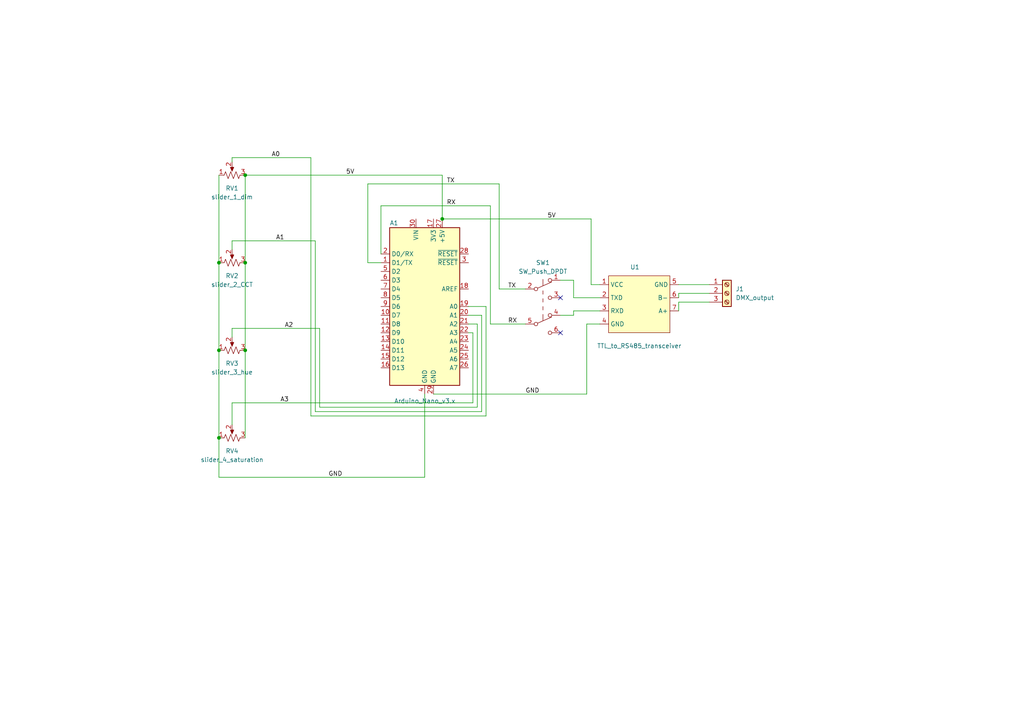
<source format=kicad_sch>
(kicad_sch (version 20211123) (generator eeschema)
  (paper "A4")
  (lib_symbols
    (symbol "Connector:Screw_Terminal_01x03" (pin_names (offset 1.016) hide)
      (property "Reference" "J" (at 0 5.08 0))
      (property "Value" "Screw_Terminal_01x03" (at 0 -5.08 0))
      (symbol "Screw_Terminal_01x03_1_1"
        (rectangle (start -1.27 3.81) (end 1.27 -3.81) (stroke (width 0.254)) (fill (type background)))
        (circle (center 0 -2.54) (radius 0.635) (stroke (width 0.1524)))
        (polyline (pts (xy -0.5334 -2.2098) (xy 0.3302 -3.048)) (stroke (width 0.1524)))
        (polyline (pts (xy -0.5334 0.3302) (xy 0.3302 -0.508)) (stroke (width 0.1524)))
        (polyline (pts (xy -0.5334 2.8702) (xy 0.3302 2.032)) (stroke (width 0.1524)))
        (polyline (pts (xy -0.3556 -2.032) (xy 0.508 -2.8702)) (stroke (width 0.1524)))
        (polyline (pts (xy -0.3556 0.508) (xy 0.508 -0.3302)) (stroke (width 0.1524)))
        (polyline (pts (xy -0.3556 3.048) (xy 0.508 2.2098)) (stroke (width 0.1524)))
        (circle (center 0 0) (radius 0.635) (stroke (width 0.1524)))
        (circle (center 0 2.54) (radius 0.635) (stroke (width 0.1524)))
        (pin passive line (at -5.08 2.54 0) (length 3.81) (name "Pin_1") (number "1"))
        (pin passive line (at -5.08 0 0) (length 3.81) (name "Pin_2") (number "2"))
        (pin passive line (at -5.08 -2.54 0) (length 3.81) (name "Pin_3") (number "3"))
      )
    )
    (symbol "DMX_controller:TTL_to_RS485_transceiver"
      (property "Reference" "U" (at 7.62 11.43 0))
      (property "Value" "TTL_to_RS485_transceiver" (at 8.89 -11.43 0))
      (symbol "TTL_to_RS485_transceiver_0_1"
        (rectangle (start 0 8.89) (end 17.78 -7.62) (fill (type background)))
      )
      (symbol "TTL_to_RS485_transceiver_1_1"
        (pin power_in line (at -2.54 6.35 0) (length 2.54) (name "VCC") (number "1"))
        (pin input line (at -2.54 2.54 0) (length 2.54) (name "TXD") (number "2"))
        (pin input line (at -2.54 -1.27 0) (length 2.54) (name "RXD") (number "3"))
        (pin power_out line (at -2.54 -5.08 0) (length 2.54) (name "GND") (number "4"))
        (pin output line (at 20.32 6.35 180) (length 2.54) (name "GND") (number "5"))
        (pin output line (at 20.32 2.54 180) (length 2.54) (name "B-") (number "6"))
        (pin output line (at 20.32 -1.27 180) (length 2.54) (name "A+") (number "7"))
      )
    )
    (symbol "Device:R_Potentiometer_US" (pin_names (offset 1.016) hide)
      (property "Reference" "RV" (at -4.445 0 90))
      (property "Value" "R_Potentiometer_US" (at -2.54 0 90))
      (symbol "R_Potentiometer_US_0_1"
        (polyline (pts (xy 0 -2.286) (xy 0 -2.54)))
        (polyline (pts (xy 0 2.54) (xy 0 2.286)))
        (polyline (pts (xy 2.54 0) (xy 1.524 0)))
        (polyline (pts (xy 1.143 0) (xy 2.286 0.508) (xy 2.286 -0.508) (xy 1.143 0)) (fill (type outline)))
        (polyline (pts (xy 0 -0.762) (xy 1.016 -1.143) (xy 0 -1.524) (xy -1.016 -1.905) (xy 0 -2.286)))
        (polyline (pts (xy 0 0.762) (xy 1.016 0.381) (xy 0 0) (xy -1.016 -0.381) (xy 0 -0.762)))
        (polyline (pts (xy 0 2.286) (xy 1.016 1.905) (xy 0 1.524) (xy -1.016 1.143) (xy 0 0.762)))
      )
      (symbol "R_Potentiometer_US_1_1"
        (pin passive line (at 0 3.81 270) (length 1.27) (name "1") (number "1"))
        (pin passive line (at 3.81 0 180) (length 1.27) (name "2") (number "2"))
        (pin passive line (at 0 -3.81 90) (length 1.27) (name "3") (number "3"))
      )
    )
    (symbol "MCU_Module:Arduino_Nano_v3.x"
      (property "Reference" "A" (at -10.16 23.495 0))
      (property "Value" "Arduino_Nano_v3.x" (at 5.08 -24.13 0))
      (symbol "Arduino_Nano_v3.x_0_1"
        (rectangle (start -10.16 22.86) (end 10.16 -22.86) (stroke (width 0.254)) (fill (type background)))
      )
      (symbol "Arduino_Nano_v3.x_1_1"
        (pin bidirectional line (at -12.7 12.7 0) (length 2.54) (name "D1/TX") (number "1"))
        (pin bidirectional line (at -12.7 -2.54 0) (length 2.54) (name "D7") (number "10"))
        (pin bidirectional line (at -12.7 -5.08 0) (length 2.54) (name "D8") (number "11"))
        (pin bidirectional line (at -12.7 -7.62 0) (length 2.54) (name "D9") (number "12"))
        (pin bidirectional line (at -12.7 -10.16 0) (length 2.54) (name "D10") (number "13"))
        (pin bidirectional line (at -12.7 -12.7 0) (length 2.54) (name "D11") (number "14"))
        (pin bidirectional line (at -12.7 -15.24 0) (length 2.54) (name "D12") (number "15"))
        (pin bidirectional line (at -12.7 -17.78 0) (length 2.54) (name "D13") (number "16"))
        (pin power_out line (at 2.54 25.4 270) (length 2.54) (name "3V3") (number "17"))
        (pin input line (at 12.7 5.08 180) (length 2.54) (name "AREF") (number "18"))
        (pin bidirectional line (at 12.7 0 180) (length 2.54) (name "A0") (number "19"))
        (pin bidirectional line (at -12.7 15.24 0) (length 2.54) (name "D0/RX") (number "2"))
        (pin bidirectional line (at 12.7 -2.54 180) (length 2.54) (name "A1") (number "20"))
        (pin bidirectional line (at 12.7 -5.08 180) (length 2.54) (name "A2") (number "21"))
        (pin bidirectional line (at 12.7 -7.62 180) (length 2.54) (name "A3") (number "22"))
        (pin bidirectional line (at 12.7 -10.16 180) (length 2.54) (name "A4") (number "23"))
        (pin bidirectional line (at 12.7 -12.7 180) (length 2.54) (name "A5") (number "24"))
        (pin bidirectional line (at 12.7 -15.24 180) (length 2.54) (name "A6") (number "25"))
        (pin bidirectional line (at 12.7 -17.78 180) (length 2.54) (name "A7") (number "26"))
        (pin power_out line (at 5.08 25.4 270) (length 2.54) (name "+5V") (number "27"))
        (pin input line (at 12.7 15.24 180) (length 2.54) (name "~{RESET}") (number "28"))
        (pin power_in line (at 2.54 -25.4 90) (length 2.54) (name "GND") (number "29"))
        (pin input line (at 12.7 12.7 180) (length 2.54) (name "~{RESET}") (number "3"))
        (pin power_in line (at -2.54 25.4 270) (length 2.54) (name "VIN") (number "30"))
        (pin power_in line (at 0 -25.4 90) (length 2.54) (name "GND") (number "4"))
        (pin bidirectional line (at -12.7 10.16 0) (length 2.54) (name "D2") (number "5"))
        (pin bidirectional line (at -12.7 7.62 0) (length 2.54) (name "D3") (number "6"))
        (pin bidirectional line (at -12.7 5.08 0) (length 2.54) (name "D4") (number "7"))
        (pin bidirectional line (at -12.7 2.54 0) (length 2.54) (name "D5") (number "8"))
        (pin bidirectional line (at -12.7 0 0) (length 2.54) (name "D6") (number "9"))
      )
    )
    (symbol "Switch:SW_Push_DPDT" (pin_names (offset 0) hide)
      (property "Reference" "SW" (at 0 8.89 0))
      (property "Value" "SW_Push_DPDT" (at 0 -10.16 0))
      (symbol "SW_Push_DPDT_0_0"
        (circle (center -2.032 -5.08) (radius 0.508))
        (circle (center -2.032 5.08) (radius 0.508))
        (circle (center 2.032 -7.62) (radius 0.508))
        (circle (center 2.032 2.54) (radius 0.508))
      )
      (symbol "SW_Push_DPDT_0_1"
        (polyline (pts (xy -1.524 -4.826) (xy 2.54 -3.048)))
        (polyline (pts (xy -1.524 5.334) (xy 2.54 7.112)))
        (polyline (pts (xy 0 -2.286) (xy 0 -4.064)))
        (polyline (pts (xy 0 -1.016) (xy 0 0)))
        (polyline (pts (xy 0 1.27) (xy 0 2.286)))
        (polyline (pts (xy 0 3.556) (xy 0 4.572)))
        (polyline (pts (xy 0 7.874) (xy 0 6.096)))
        (circle (center 2.032 -2.54) (radius 0.508))
        (circle (center 2.032 7.62) (radius 0.508))
      )
      (symbol "SW_Push_DPDT_1_1"
        (pin passive line (at 5.08 7.62 180) (length 2.54) (name "A") (number "1"))
        (pin passive line (at -5.08 5.08 0) (length 2.54) (name "B") (number "2"))
        (pin passive line (at 5.08 2.54 180) (length 2.54) (name "C") (number "3"))
        (pin passive line (at 5.08 -2.54 180) (length 2.54) (name "A") (number "4"))
        (pin passive line (at -5.08 -5.08 0) (length 2.54) (name "B") (number "5"))
        (pin passive line (at 5.08 -7.62 180) (length 2.54) (name "C") (number "6"))
      )
    )
  )
  (junction (at 128.27 63.5))
  (junction (at 63.5 101.6))
  (junction (at 63.5 127))
  (junction (at 63.5 76.2))
  (junction (at 71.12 101.6))
  (junction (at 71.12 50.8))
  (junction (at 71.12 76.2))
  (no_connect (at 162.56 96.52))
  (no_connect (at 162.56 86.36))
  (wire (pts (xy 67.31 45.72) (xy 67.31 46.99)))
  (wire (pts (xy 166.37 90.17) (xy 173.99 90.17)))
  (wire (pts (xy 128.27 50.8) (xy 71.12 50.8)))
  (wire (pts (xy 91.44 119.38) (xy 91.44 69.85)))
  (wire (pts (xy 139.7 91.44) (xy 139.7 119.38)))
  (wire (pts (xy 166.37 91.44) (xy 166.37 90.17)))
  (wire (pts (xy 140.97 120.65) (xy 90.17 120.65)))
  (wire (pts (xy 63.5 50.8) (xy 63.5 76.2)))
  (wire (pts (xy 125.73 114.3) (xy 170.18 114.3)))
  (wire (pts (xy 110.49 73.66) (xy 110.49 59.69)))
  (wire (pts (xy 162.56 81.28) (xy 166.37 81.28)))
  (wire (pts (xy 196.85 90.17) (xy 196.85 87.63)))
  (wire (pts (xy 142.24 59.69) (xy 142.24 93.98)))
  (wire (pts (xy 71.12 101.6) (xy 71.12 127)))
  (wire (pts (xy 166.37 81.28) (xy 166.37 86.36)))
  (wire (pts (xy 67.31 116.84) (xy 137.16 116.84)))
  (wire (pts (xy 67.31 95.25) (xy 67.31 97.79)))
  (wire (pts (xy 128.27 63.5) (xy 128.27 50.8)))
  (wire (pts (xy 135.89 93.98) (xy 138.43 93.98)))
  (wire (pts (xy 135.89 88.9) (xy 140.97 88.9)))
  (wire (pts (xy 67.31 116.84) (xy 67.31 123.19)))
  (wire (pts (xy 92.71 95.25) (xy 92.71 118.11)))
  (wire (pts (xy 196.85 82.55) (xy 205.74 82.55)))
  (wire (pts (xy 63.5 127) (xy 63.5 138.43)))
  (wire (pts (xy 110.49 59.69) (xy 142.24 59.69)))
  (wire (pts (xy 196.85 85.09) (xy 205.74 85.09)))
  (wire (pts (xy 123.19 138.43) (xy 123.19 114.3)))
  (wire (pts (xy 106.68 76.2) (xy 106.68 53.34)))
  (wire (pts (xy 135.89 91.44) (xy 139.7 91.44)))
  (wire (pts (xy 90.17 120.65) (xy 90.17 45.72)))
  (wire (pts (xy 71.12 76.2) (xy 71.12 101.6)))
  (wire (pts (xy 196.85 86.36) (xy 196.85 85.09)))
  (wire (pts (xy 140.97 88.9) (xy 140.97 120.65)))
  (wire (pts (xy 170.18 93.98) (xy 173.99 93.98)))
  (wire (pts (xy 171.45 63.5) (xy 171.45 82.55)))
  (wire (pts (xy 138.43 118.11) (xy 92.71 118.11)))
  (wire (pts (xy 90.17 45.72) (xy 67.31 45.72)))
  (wire (pts (xy 144.78 53.34) (xy 144.78 83.82)))
  (wire (pts (xy 128.27 63.5) (xy 171.45 63.5)))
  (wire (pts (xy 196.85 87.63) (xy 205.74 87.63)))
  (wire (pts (xy 144.78 83.82) (xy 152.4 83.82)))
  (wire (pts (xy 137.16 96.52) (xy 137.16 116.84)))
  (wire (pts (xy 63.5 138.43) (xy 123.19 138.43)))
  (wire (pts (xy 142.24 93.98) (xy 152.4 93.98)))
  (wire (pts (xy 171.45 82.55) (xy 173.99 82.55)))
  (wire (pts (xy 138.43 93.98) (xy 138.43 118.11)))
  (wire (pts (xy 139.7 119.38) (xy 91.44 119.38)))
  (wire (pts (xy 71.12 50.8) (xy 71.12 76.2)))
  (wire (pts (xy 110.49 76.2) (xy 106.68 76.2)))
  (wire (pts (xy 135.89 96.52) (xy 137.16 96.52)))
  (wire (pts (xy 63.5 101.6) (xy 63.5 127)))
  (wire (pts (xy 67.31 69.85) (xy 67.31 72.39)))
  (wire (pts (xy 106.68 53.34) (xy 144.78 53.34)))
  (wire (pts (xy 91.44 69.85) (xy 67.31 69.85)))
  (wire (pts (xy 92.71 95.25) (xy 67.31 95.25)))
  (wire (pts (xy 170.18 114.3) (xy 170.18 93.98)))
  (wire (pts (xy 63.5 76.2) (xy 63.5 101.6)))
  (wire (pts (xy 166.37 86.36) (xy 173.99 86.36)))
  (wire (pts (xy 162.56 91.44) (xy 166.37 91.44)))
  (label "A0" (at 78.74 45.72 0))
  (label "RX" (at 129.54 59.69 0))
  (label "RX" (at 147.32 93.98 0))
  (label "A2" (at 82.55 95.25 0))
  (label "A3" (at 81.28 116.84 0))
  (label "GND" (at 95.25 138.43 0))
  (label "GND" (at 152.4 114.3 0))
  (label "5V" (at 100.33 50.8 0))
  (label "TX" (at 129.54 53.34 0))
  (label "A1" (at 80.01 69.85 0))
  (label "TX" (at 147.32 83.82 0))
  (label "5V" (at 158.75 63.5 0))
  (symbol (lib_id "Connector:Screw_Terminal_01x03") (at 210.82 85.09 0) (unit 1)
    (property "Reference" "J1" (at 213.36 83.8199 0) (effects (justify left)))
    (property "Value" "DMX_output" (at 213.36 86.3599 0) (effects (justify left)))
    (property "Footprint" "TerminalBlock:TerminalBlock_bornier-3_P5.08mm" (effects hide))
  )
  (symbol (lib_id "MCU_Module:Arduino_Nano_v3.x") (at 123.19 88.9 0) (unit 1)
    (property "Reference" "A1" (at 113.03 65.405 0) (effects (justify left bottom)))
    (property "Value" "Arduino_Nano_v3.x" (at 114.3 115.57 0) (effects (justify left top)))
    (property "Footprint" "Module:Arduino_Nano" (effects hide))
    (property "Datasheet" "http://www.mouser.com/pdfdocs/Gravitech_Arduino_Nano3_0.pdf" (effects hide))
  )
  (symbol (lib_id "Device:R_Potentiometer_US") (at 67.31 101.6 90) (unit 1)
    (property "Reference" "RV3" (at 67.31 105.41 90))
    (property "Value" "slider_3_hue" (at 67.31 107.95 90))
    (property "Footprint" "DMX_controller:slide_potentiometer_OAK_A50K" (effects hide))
  )
  (symbol (lib_id "Device:R_Potentiometer_US") (at 67.31 76.2 90) (unit 1)
    (property "Reference" "RV2" (at 67.31 80.01 90))
    (property "Value" "slider_2_CCT" (at 67.31 82.55 90))
    (property "Footprint" "DMX_controller:slide_potentiometer_OAK_A50K" (effects hide))
  )
  (symbol (lib_id "DMX_controller:TTL_to_RS485_transceiver") (at 176.53 88.9 0) (unit 1)
    (property "Reference" "U1" (at 184.15 77.47 0))
    (property "Value" "TTL_to_RS485_transceiver" (at 185.42 100.33 0))
    (property "Footprint" "DMX_controller:TTL_to_RS485_transceiver" (effects hide))
  )
  (symbol (lib_id "Switch:SW_Push_DPDT") (at 157.48 88.9 0) (unit 1)
    (property "Reference" "SW1" (at 157.48 76.2 0))
    (property "Value" "SW_Push_DPDT" (at 157.48 78.74 0))
    (property "Footprint" "DMX_controller:slide_switch_DPDT_black_plastic_red_sealed_terminals" (effects hide))
  )
  (symbol (lib_id "Device:R_Potentiometer_US") (at 67.31 127 90) (unit 1)
    (property "Reference" "RV4" (at 67.31 130.81 90))
    (property "Value" "slider_4_saturation" (at 67.31 133.35 90))
    (property "Footprint" "DMX_controller:slide_potentiometer_OAK_A50K" (effects hide))
  )
  (symbol (lib_id "Device:R_Potentiometer_US") (at 67.31 50.8 90) (unit 1)
    (property "Reference" "RV1" (at 67.31 54.61 90))
    (property "Value" "slider_1_dim" (at 67.31 57.15 90))
    (property "Footprint" "DMX_controller:slide_potentiometer_OAK_A50K" (effects hide))
  )
)
</source>
